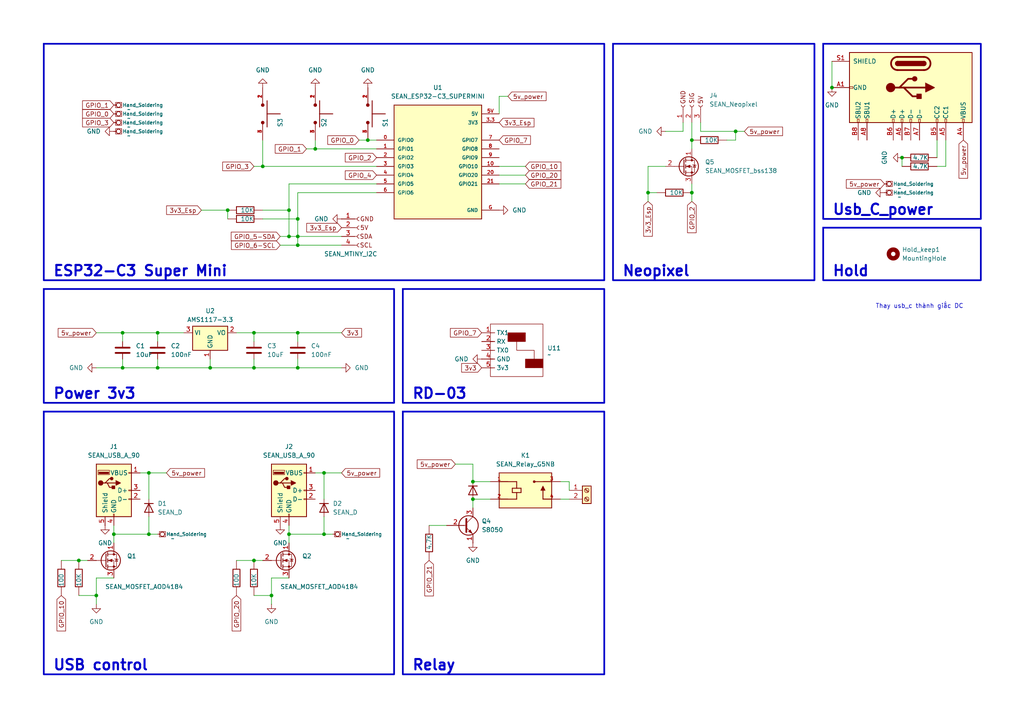
<source format=kicad_sch>
(kicad_sch (version 20231120) (generator "eeschema") (generator_version "8.0")
  (paper "A4")
  (title_block (title "HOMEKIT_TOOL") (date "2024-06-01") (rev "1.1.0"))
  (lib_symbols
    (symbol "Library:AMS1117-3.3"
      (property "Reference" "U" (at -3.81 3.175 0))
      (property "Value" "AMS1117-3.3" (at 0 3.175 0))
      (symbol "AMS1117-3.3_1_1"
        (pin power_in line (at 0 -7.62 90) (length 2.54) (name "GND") (number "1"))
        (pin power_out line (at 7.62 0 180) (length 2.54) (name "VO") (number "2"))
        (pin power_in line (at -7.62 0 0) (length 2.54) (name "VI") (number "3"))
      )
    )
    (symbol "Library:GND" (power) (pin_numbers hide) (pin_names (offset 0) hide)
      (property "Value" "GND" (at 0 -3.81 0))
      (symbol "GND_1_1"
        (pin power_in line (at 0 0 270) (length 0) (name "~") (number "1"))
      )
    )
    (symbol "Library:MountingHole" (pin_names (offset 1.016)) (exclude_from_sim yes) (in_bom no)
      (property "Reference" "H" (at 0 5.08 0))
      (property "Value" "MountingHole" (at 0 3.175 0))
    )
    (symbol "Library:S8050" (pin_names (offset 0) hide)
      (property "Reference" "Q" (at 5.08 1.905 0))
      (property "Value" "S8050" (at 5.08 0 0))
      (symbol "S8050_1_1"
        (pin passive line (at 2.54 -5.08 90) (length 2.54) (name "E") (number "1"))
        (pin input line (at -5.08 0 0) (length 5.08) (name "B") (number "2"))
        (pin passive line (at 2.54 5.08 270) (length 2.54) (name "C") (number "3"))
      )
    )
    (symbol "Library:SEAN_Button_4.2x3.3_SMD_V1" (pin_names (offset 1.016))
      (property "Reference" "S" (at -5.08 6.35 0))
      (property "Value" "SEAN_Button_4.2x3.3_SMD_V1" (at -15.24 -5.08 0))
      (symbol "SEAN_Button_4.2x3.3_SMD_V1_0_0"
        (pin passive line (at -7.62 0 0) (length 5.08) (name "~") (number "1"))
        (pin passive line (at -7.62 0 0) (length 5.08) (name "~") (number "2"))
        (pin passive line (at 7.62 0 180) (length 5.08) (name "~") (number "3"))
        (pin passive line (at 7.62 0 180) (length 5.08) (name "~") (number "4"))
      )
    )
    (symbol "Library:SEAN_C" (pin_numbers hide) (pin_names (offset 0.254))
      (property "Reference" "C" (at 0.635 2.54 0))
      (property "Value" "SEAN_C" (at 0.635 -2.54 0))
      (symbol "SEAN_C_1_1"
        (pin passive line (at 0 2.54 270) (length 1.8) (name "~") (number "1"))
        (pin passive line (at 0 -2.54 90) (length 1.8) (name "~") (number "2"))
      )
    )
    (symbol "Library:SEAN_D" (pin_numbers hide) (pin_names (offset 1.016) hide)
      (property "Reference" "D" (at 0 2.54 0))
      (property "Value" "SEAN_D" (at 0 -2.54 0))
      (symbol "SEAN_D_1_1"
        (pin passive line (at -2.54 0 0) (length 2.54) (name "K") (number "1"))
        (pin passive line (at 2.54 0 180) (length 2.54) (name "A") (number "2"))
      )
    )
    (symbol "Library:SEAN_ESP32-C3_SUPERMINI" (pin_names (offset 1.016))
      (property "Reference" "U" (at -12.7 16.002 0))
      (property "Value" "SEAN_ESP32-C3_SUPERMINI" (at -12.7 -20.32 0))
      (symbol "SEAN_ESP32-C3_SUPERMINI_0_0"
        (pin bidirectional line (at -17.78 5.08 0) (length 5.08) (name "GPIO0") (number "0"))
        (pin bidirectional line (at -17.78 2.54 0) (length 5.08) (name "GPIO1") (number "1"))
        (pin bidirectional line (at 17.78 -2.54 180) (length 5.08) (name "GPIO10") (number "10"))
        (pin bidirectional line (at -17.78 0 0) (length 5.08) (name "GPIO2") (number "2"))
        (pin bidirectional line (at 17.78 -5.08 180) (length 5.08) (name "GPIO20") (number "20"))
        (pin bidirectional line (at 17.78 -7.62 180) (length 5.08) (name "GPIO21") (number "21"))
        (pin bidirectional line (at -17.78 -2.54 0) (length 5.08) (name "GPIO3") (number "3"))
        (pin power_in line (at 17.78 10.16 180) (length 5.08) (name "3V3") (number "3.3"))
        (pin bidirectional line (at -17.78 -5.08 0) (length 5.08) (name "GPIO4") (number "4"))
        (pin bidirectional line (at -17.78 -7.62 0) (length 5.08) (name "GPIO5") (number "5"))
        (pin power_in line (at 17.78 12.7 180) (length 5.08) (name "5V") (number "5V"))
        (pin bidirectional line (at -17.78 -10.16 0) (length 5.08) (name "GPIO6") (number "6"))
        (pin bidirectional line (at 17.78 5.08 180) (length 5.08) (name "GPIO7") (number "7"))
        (pin bidirectional line (at 17.78 2.54 180) (length 5.08) (name "GPIO8") (number "8"))
        (pin bidirectional line (at 17.78 0 180) (length 5.08) (name "GPIO9") (number "9"))
        (pin power_in line (at 17.78 -15.24 180) (length 5.08) (name "GND") (number "G"))
      )
    )
    (symbol "Library:SEAN_Hand_Solderring"
      (property "Reference" "U" (at 0 1.27 0))
      (symbol "SEAN_Hand_Solderring_1_1"
        (pin passive inverted (at 0 0 180) (length 2) (name "Hand_Soldering") (number "1"))
      )
    )
    (symbol "Library:SEAN_MOSFET_AOD4184" (pin_names hide)
      (property "Reference" "Q" (at 5.08 1.905 0))
      (property "Value" "SEAN_MOSFET_AOD4184" (at 5.08 0 0))
      (symbol "SEAN_MOSFET_AOD4184_1_1"
        (pin passive line (at 2.54 5.08 270) (length 2.54) (name "D") (number "1"))
        (pin input line (at -5.08 0 0) (length 2.54) (name "G") (number "2"))
        (pin passive line (at 2.54 -5.08 90) (length 2.54) (name "S") (number "3"))
      )
    )
    (symbol "Library:SEAN_MOSFET_bss138" (pin_names hide)
      (property "Reference" "Q" (at 5.08 1.905 0))
      (property "Value" "SEAN_MOSFET_bss138" (at 5.08 0 0))
      (symbol "SEAN_MOSFET_bss138_1_1"
        (pin passive line (at 2.54 5.08 270) (length 2.54) (name "D") (number "1"))
        (pin input line (at -5.08 0 0) (length 2.54) (name "G") (number "2"))
        (pin passive line (at 2.54 -5.08 90) (length 2.54) (name "S") (number "3"))
      )
    )
    (symbol "Library:SEAN_MTINY_I2C" (pin_names (offset 1.016) hide)
      (property "Reference" "J" (at 0 5.08 0))
      (property "Value" "SEAN_MTINY_I2C" (at 0 -7.62 0))
      (symbol "SEAN_MTINY_I2C_1_1"
        (text "5V\n" (at 1.524 0 0) (effects (font (size 1.27 1.27))))
        (text "GND\n" (at 2.286 2.54 0) (effects (font (size 1.27 1.27))))
        (text "SCL" (at 2.032 -5.08 0) (effects (font (size 1.27 1.27))))
        (text "SDA\n" (at 2.032 -2.54 0) (effects (font (size 1.27 1.27))))
        (pin passive line (at -5.08 2.54 0) (length 3.81) (name "GND") (number "1"))
        (pin passive line (at -5.08 0 0) (length 3.81) (name "5V") (number "2"))
        (pin passive line (at -5.08 -2.54 0) (length 3.81) (name "SDA") (number "3"))
        (pin passive line (at -5.08 -5.08 0) (length 3.81) (name "SCL") (number "4"))
      )
    )
    (symbol "Library:SEAN_Mtiny_Terminal_3.81" (pin_names (offset 1.016) hide)
      (property "Reference" "J" (at 0 2.54 0))
      (property "Value" "SEAN_Mtiny_Terminal_3.81" (at 0 -5.08 0))
      (symbol "SEAN_Mtiny_Terminal_3.81_1_1"
        (pin passive line (at -5.08 0 0) (length 3.81) (name "Pin_1") (number "1"))
        (pin passive line (at -5.08 -2.54 0) (length 3.81) (name "Pin_2") (number "2"))
      )
    )
    (symbol "Library:SEAN_Neopixel" (pin_names (offset 1.016) hide)
      (property "Reference" "J" (at 0 5.08 0))
      (property "Value" "SEAN_Neopixel" (at -0.254 0.254 0))
      (symbol "SEAN_Neopixel_1_1"
        (text "5V\n" (at 1.524 -2.54 0) (effects (font (size 1.27 1.27))))
        (text "GND\n" (at 2.286 2.54 0) (effects (font (size 1.27 1.27))))
        (text "SIG" (at 2.032 0 0) (effects (font (size 1.27 1.27))))
        (pin passive line (at -5.08 2.54 0) (length 3.81) (name "GND") (number "1"))
        (pin passive line (at -5.08 0 0) (length 3.81) (name "5V") (number "2"))
        (pin passive line (at -5.08 -2.54 0) (length 3.81) (name "SDA") (number "3"))
      )
    )
    (symbol "Library:SEAN_R" (pin_numbers hide) (pin_names (offset 0))
      (property "Reference" "R" (at 0 0 90))
      (property "Value" "R" (at 0 0 90))
      (symbol "SEAN_R_1_1"
        (pin passive line (at 0 5.08 270) (length 2.5) (name "~") (number "1"))
        (pin passive line (at 0 -5.08 90) (length 2.5) (name "~") (number "2"))
      )
    )
    (symbol "Library:SEAN_Relay_G5NB" (pin_names (offset 1.016))
      (property "Reference" "K" (at -7.62 6.35 0))
      (property "Value" "SEAN_Relay_G5NB" (at -7.62 -7.62 0))
      (symbol "SEAN_Relay_G5NB_0_0"
        (pin passive line (at -10.16 2.54 0) (length 5.08) (name "~") (number "1"))
        (pin passive line (at -10.16 -2.54 0) (length 5.08) (name "~") (number "2"))
        (pin passive line (at 10.16 2.54 180) (length 5.08) (name "~") (number "3"))
        (pin passive line (at 10.16 -2.54 180) (length 5.08) (name "~") (number "4"))
      )
    )
    (symbol "Library:SEAN_USB_A_90" (pin_names (offset 1.016))
      (property "Reference" "J" (at -5.08 11.43 0))
      (property "Value" "SEAN_USB_A_90" (at -5.08 8.89 0))
      (symbol "SEAN_USB_A_90_1_1"
        (pin power_in line (at 7.62 5.08 180) (length 2.54) (name "VBUS") (number "1"))
        (pin bidirectional line (at 7.62 -2.54 180) (length 2.54) (name "D-") (number "2"))
        (pin bidirectional line (at 7.62 0 180) (length 2.54) (name "D+") (number "3"))
        (pin power_in line (at 0 -10.16 90) (length 2.54) (name "GND") (number "4"))
        (pin passive line (at -2.54 -10.16 90) (length 2.54) (name "Shield") (number "5"))
      )
    )
    (symbol "Library:SEAN_USB_Type_C" (pin_names (offset 1.016))
      (property "Reference" "J" (at 0 22.225 0))
      (property "Value" "SEAN_USB_Type_C" (at 0 19.685 0))
      (symbol "SEAN_USB_Type_C_1_1"
        (pin passive line (at 0 -22.86 90) (length 5.08) (name "GND") (number "A1"))
        (pin passive line (at 0 -22.86 90) (length 5.08) hide (name "GND") (number "A12"))
        (pin passive line (at 15.24 15.24 180) (length 5.08) (name "VBUS") (number "A4"))
        (pin bidirectional line (at 15.24 10.16 180) (length 5.08) (name "CC1") (number "A5"))
        (pin bidirectional line (at 15.24 -2.54 180) (length 5.08) (name "D+") (number "A6"))
        (pin bidirectional line (at 15.24 2.54 180) (length 5.08) (name "D-") (number "A7"))
        (pin bidirectional line (at 15.24 -12.7 180) (length 5.08) (name "SBU1") (number "A8"))
        (pin passive line (at 15.24 15.24 180) (length 5.08) hide (name "VBUS") (number "A9"))
        (pin passive line (at 0 -22.86 90) (length 5.08) hide (name "GND") (number "B1"))
        (pin passive line (at 0 -22.86 90) (length 5.08) hide (name "GND") (number "B12"))
        (pin passive line (at 15.24 15.24 180) (length 5.08) hide (name "VBUS") (number "B4"))
        (pin bidirectional line (at 15.24 7.62 180) (length 5.08) (name "CC2") (number "B5"))
        (pin bidirectional line (at 15.24 -5.08 180) (length 5.08) (name "D+") (number "B6"))
        (pin bidirectional line (at 15.24 0 180) (length 5.08) (name "D-") (number "B7"))
        (pin bidirectional line (at 15.24 -15.24 180) (length 5.08) (name "SBU2") (number "B8"))
        (pin passive line (at 15.24 15.24 180) (length 5.08) hide (name "VBUS") (number "B9"))
        (pin passive line (at -7.62 -22.86 90) (length 5.08) (name "SHIELD") (number "S1"))
      )
    )
    (symbol "Library:SEAN_mmWare_Rd-03"
      (property "Reference" "U" (at 0 0 0))
      (symbol "SEAN_mmWare_Rd-03_1_1"
        (pin passive line (at 0 5.08 0) (length 3.81) (name "TX1") (number "1"))
        (pin passive line (at 0 2.54 0) (length 3.81) (name "RX") (number "2"))
        (pin passive line (at 0 0 0) (length 3.81) (name "TX0") (number "3"))
        (pin passive line (at 0 -2.54 0) (length 3.81) (name "GND") (number "4"))
        (pin passive line (at 0 -5.08 0) (length 3.81) (name "3v3") (number "5"))
      )
    )
  )
  (junction (at 261.62 45.72))
  (junction (at 86.36 68.58))
  (junction (at 93.98 154.94))
  (junction (at 43.18 154.94))
  (junction (at 200.66 40.64))
  (junction (at 33.02 154.94))
  (junction (at 213.36 38.1))
  (junction (at 73.66 162.56))
  (junction (at 35.56 96.52))
  (junction (at 106.68 40.64))
  (junction (at 83.82 154.94))
  (junction (at 83.82 60.96))
  (junction (at 45.72 96.52))
  (junction (at 241.3 25.4))
  (junction (at 76.2 48.26))
  (junction (at 137.16 144.78))
  (junction (at 86.36 106.68))
  (junction (at 91.44 43.18))
  (junction (at 86.36 71.12))
  (junction (at 73.66 96.52))
  (junction (at 78.74 172.72))
  (junction (at 137.16 139.7))
  (junction (at 73.66 106.68))
  (junction (at 43.18 137.16))
  (junction (at 60.96 106.68))
  (junction (at 35.56 106.68))
  (junction (at 93.98 137.16))
  (junction (at 86.36 63.5))
  (junction (at 66.04 60.96))
  (junction (at 86.36 96.52))
  (junction (at 83.82 68.58))
  (junction (at 27.94 172.72))
  (junction (at 22.86 162.56))
  (junction (at 187.96 55.88))
  (junction (at 45.72 106.68))
  (junction (at 200.66 55.88))
  (wire (pts (xy 60.96 106.68) (xy 45.72 106.68)))
  (wire (pts (xy 241.3 17.78) (xy 241.3 25.4)))
  (wire (pts (xy 73.66 106.68) (xy 60.96 106.68)))
  (wire (pts (xy 76.2 60.96) (xy 83.82 60.96)))
  (wire (pts (xy 137.16 147.32) (xy 137.16 144.78)))
  (wire (pts (xy 93.98 137.16) (xy 91.44 137.16)))
  (wire (pts (xy 27.94 96.52) (xy 35.56 96.52)))
  (wire (pts (xy 200.66 40.64) (xy 200.66 43.18)))
  (wire (pts (xy 33.02 154.94) (xy 43.18 154.94)))
  (wire (pts (xy 91.44 43.18) (xy 109.22 43.18)))
  (wire (pts (xy 210.82 40.64) (xy 213.36 40.64)))
  (wire (pts (xy 93.98 137.16) (xy 93.98 144.78)))
  (wire (pts (xy 27.94 167.64) (xy 33.02 167.64)))
  (wire (pts (xy 58.42 60.96) (xy 66.04 60.96)))
  (wire (pts (xy 261.62 45.72) (xy 261.62 48.26)))
  (wire (pts (xy 33.02 154.94) (xy 33.02 157.48)))
  (wire (pts (xy 86.36 104.14) (xy 86.36 106.68)))
  (wire (pts (xy 83.82 154.94) (xy 93.98 154.94)))
  (wire (pts (xy 132.08 134.62) (xy 137.16 134.62)))
  (wire (pts (xy 152.4 50.8) (xy 144.78 50.8)))
  (wire (pts (xy 73.66 162.56) (xy 76.2 162.56)))
  (wire (pts (xy 187.96 48.26) (xy 193.04 48.26)))
  (wire (pts (xy 86.36 71.12) (xy 99.06 71.12)))
  (wire (pts (xy 35.56 96.52) (xy 45.72 96.52)))
  (wire (pts (xy 187.96 58.42) (xy 187.96 55.88)))
  (wire (pts (xy 43.18 137.16) (xy 40.64 137.16)))
  (wire (pts (xy 83.82 152.4) (xy 83.82 154.94)))
  (wire (pts (xy 83.82 53.34) (xy 83.82 60.96)))
  (wire (pts (xy 271.78 40.64) (xy 271.78 45.72)))
  (wire (pts (xy 78.74 172.72) (xy 78.74 167.64)))
  (wire (pts (xy 22.86 172.72) (xy 27.94 172.72)))
  (wire (pts (xy 152.4 48.26) (xy 144.78 48.26)))
  (wire (pts (xy 78.74 167.64) (xy 83.82 167.64)))
  (wire (pts (xy 33.02 152.4) (xy 33.02 154.94)))
  (wire (pts (xy 187.96 55.88) (xy 190.5 55.88)))
  (wire (pts (xy 45.72 106.68) (xy 35.56 106.68)))
  (wire (pts (xy 106.68 40.64) (xy 109.22 40.64)))
  (wire (pts (xy 93.98 137.16) (xy 99.06 137.16)))
  (wire (pts (xy 73.66 172.72) (xy 78.74 172.72)))
  (wire (pts (xy 45.72 96.52) (xy 53.34 96.52)))
  (wire (pts (xy 165.1 139.7) (xy 162.56 139.7)))
  (wire (pts (xy 86.36 96.52) (xy 99.06 96.52)))
  (wire (pts (xy 73.66 96.52) (xy 86.36 96.52)))
  (wire (pts (xy 35.56 104.14) (xy 35.56 106.68)))
  (wire (pts (xy 86.36 55.88) (xy 86.36 63.5)))
  (wire (pts (xy 200.66 58.42) (xy 200.66 55.88)))
  (wire (pts (xy 81.28 71.12) (xy 86.36 71.12)))
  (wire (pts (xy 83.82 60.96) (xy 83.82 68.58)))
  (wire (pts (xy 200.66 35.56) (xy 200.66 40.64)))
  (wire (pts (xy 86.36 106.68) (xy 99.06 106.68)))
  (wire (pts (xy 73.66 99.06) (xy 73.66 96.52)))
  (wire (pts (xy 45.72 104.14) (xy 45.72 106.68)))
  (wire (pts (xy 76.2 63.5) (xy 86.36 63.5)))
  (wire (pts (xy 200.66 55.88) (xy 200.66 53.34)))
  (wire (pts (xy 78.74 172.72) (xy 78.74 175.26)))
  (wire (pts (xy 86.36 55.88) (xy 109.22 55.88)))
  (wire (pts (xy 45.72 99.06) (xy 45.72 96.52)))
  (wire (pts (xy 144.78 27.94) (xy 144.78 33.02)))
  (wire (pts (xy 86.36 99.06) (xy 86.36 96.52)))
  (wire (pts (xy 45.72 154.94) (xy 43.18 154.94)))
  (wire (pts (xy 93.98 154.94) (xy 93.98 149.86)))
  (wire (pts (xy 66.04 60.96) (xy 66.04 63.5)))
  (wire (pts (xy 93.98 154.94) (xy 96.52 154.94)))
  (wire (pts (xy 203.2 38.1) (xy 203.2 35.56)))
  (wire (pts (xy 152.4 53.34) (xy 144.78 53.34)))
  (wire (pts (xy 187.96 48.26) (xy 187.96 55.88)))
  (wire (pts (xy 198.12 38.1) (xy 198.12 35.56)))
  (wire (pts (xy 91.44 40.64) (xy 91.44 43.18)))
  (wire (pts (xy 73.66 48.26) (xy 76.2 48.26)))
  (wire (pts (xy 83.82 154.94) (xy 83.82 157.48)))
  (wire (pts (xy 27.94 167.64) (xy 27.94 172.72)))
  (wire (pts (xy 215.9 38.1) (xy 213.36 38.1)))
  (wire (pts (xy 213.36 38.1) (xy 203.2 38.1)))
  (wire (pts (xy 17.78 162.56) (xy 22.86 162.56)))
  (wire (pts (xy 76.2 48.26) (xy 109.22 48.26)))
  (wire (pts (xy 86.36 68.58) (xy 83.82 68.58)))
  (wire (pts (xy 162.56 144.78) (xy 165.1 144.78)))
  (wire (pts (xy 27.94 172.72) (xy 27.94 175.26)))
  (wire (pts (xy 43.18 154.94) (xy 43.18 149.86)))
  (wire (pts (xy 124.46 152.4) (xy 129.54 152.4)))
  (wire (pts (xy 86.36 68.58) (xy 86.36 71.12)))
  (wire (pts (xy 274.32 40.64) (xy 274.32 48.26)))
  (wire (pts (xy 137.16 134.62) (xy 137.16 139.7)))
  (wire (pts (xy 22.86 162.56) (xy 25.4 162.56)))
  (wire (pts (xy 73.66 104.14) (xy 73.66 106.68)))
  (wire (pts (xy 193.04 38.1) (xy 198.12 38.1)))
  (wire (pts (xy 81.28 68.58) (xy 83.82 68.58)))
  (wire (pts (xy 35.56 106.68) (xy 27.94 106.68)))
  (wire (pts (xy 137.16 144.78) (xy 142.24 144.78)))
  (wire (pts (xy 104.14 40.64) (xy 106.68 40.64)))
  (wire (pts (xy 86.36 106.68) (xy 73.66 106.68)))
  (wire (pts (xy 165.1 142.24) (xy 165.1 139.7)))
  (wire (pts (xy 68.58 162.56) (xy 73.66 162.56)))
  (wire (pts (xy 68.58 96.52) (xy 73.66 96.52)))
  (wire (pts (xy 83.82 53.34) (xy 109.22 53.34)))
  (wire (pts (xy 271.78 48.26) (xy 274.32 48.26)))
  (wire (pts (xy 76.2 40.64) (xy 76.2 48.26)))
  (wire (pts (xy 213.36 40.64) (xy 213.36 38.1)))
  (wire (pts (xy 144.78 27.94) (xy 147.32 27.94)))
  (wire (pts (xy 88.9 43.18) (xy 91.44 43.18)))
  (wire (pts (xy 43.18 137.16) (xy 48.26 137.16)))
  (wire (pts (xy 43.18 137.16) (xy 43.18 144.78)))
  (wire (pts (xy 35.56 99.06) (xy 35.56 96.52)))
  (wire (pts (xy 86.36 68.58) (xy 99.06 68.58)))
  (wire (pts (xy 137.16 139.7) (xy 142.24 139.7)))
  (wire (pts (xy 86.36 63.5) (xy 86.36 68.58)))
  (wire (pts (xy 60.96 104.14) (xy 60.96 106.68)))
  (rectangle (start 238.76 12.7) (end 284.48 63.5) (stroke (width 0.5)))
  (rectangle (start 238.76 66.04) (end 284.48 81.28) (stroke (width 0.5)))
  (rectangle (start 12.7 119.38) (end 114.3 195.58) (stroke (width 0.5)))
  (rectangle (start 12.7 12.7) (end 175.26 81.28) (stroke (width 0.5)))
  (rectangle (start 116.84 83.82) (end 175.26 116.84) (stroke (width 0.5)))
  (rectangle (start 116.84 119.38) (end 175.26 195.58) (stroke (width 0.5)))
  (rectangle (start 12.7 83.82) (end 114.3 116.84) (stroke (width 0.5)))
  (rectangle (start 177.8 12.7) (end 236.22 81.28) (stroke (width 0.5)))
  (text "Relay" (at 119.38 193.04 0) (effects (font (size 3 3) (thickness 0.6) (bold yes)) (justify left)))
  (text "Power 3v3" (at 15.24 114.3 0) (effects (font (size 3 3) (thickness 0.6) (bold yes)) (justify left)))
  (text "ESP32-C3 Super Mini\n" (at 15.24 78.74 0) (effects (font (size 3 3) (thickness 0.6) (bold yes)) (justify left)))
  (text "Thay usb_c thành giắc DC\n" (at 266.7 88.9 0) (effects (font (size 1.27 1.27))))
  (text "Hold\n" (at 241.3 78.74 0) (effects (font (size 3 3) (thickness 0.6) (bold yes)) (justify left)))
  (text "Usb_C_power" (at 241.3 60.96 0) (effects (font (size 3 3) (thickness 0.6) (bold yes)) (justify left)))
  (text "Neopixel" (at 180.34 78.74 0) (effects (font (size 3 3) (thickness 0.6) (bold yes)) (justify left)))
  (text "RD-03" (at 119.38 114.3 0) (effects (font (size 3 3) (thickness 0.6) (bold yes)) (justify left)))
  (text "USB control" (at 15.24 193.04 0) (effects (font (size 3 3) (thickness 0.6) (bold yes)) (justify left)))
  (global_label "GPIO_20" (shape input) (at 68.58 172.72 270) (property "Intersheetrefs" "${INTERSHEET_REFS}" (effects (hide yes))))
  (global_label "GPIO_7" (shape input) (at 139.7 96.52 180) (property "Intersheetrefs" "${INTERSHEET_REFS}" (effects (hide yes))))
  (global_label "GPIO_0" (shape input) (at 104.14 40.64 180) (property "Intersheetrefs" "${INTERSHEET_REFS}" (effects (hide yes))))
  (global_label "GPIO_21" (shape input) (at 152.4 53.34 0) (property "Intersheetrefs" "${INTERSHEET_REFS}" (effects (hide yes))))
  (global_label "GPIO_10" (shape input) (at 152.4 48.26 0) (property "Intersheetrefs" "${INTERSHEET_REFS}" (effects (hide yes))))
  (global_label "3v3" (shape input) (at 99.06 96.52 0) (property "Intersheetrefs" "${INTERSHEET_REFS}" (effects (hide yes))))
  (global_label "GPIO_5-SDA" (shape input) (at 81.28 68.58 180) (property "Intersheetrefs" "${INTERSHEET_REFS}" (effects (hide yes))))
  (global_label "5v_power" (shape input) (at 215.9 38.1 0) (property "Intersheetrefs" "${INTERSHEET_REFS}" (effects (hide yes))))
  (global_label "GPIO_2" (shape input) (at 200.66 58.42 270) (property "Intersheetrefs" "${INTERSHEET_REFS}" (effects (hide yes))))
  (global_label "GPIO_0" (shape input) (at 33.02 33.02 180) (property "Intersheetrefs" "${INTERSHEET_REFS}" (effects (hide yes))))
  (global_label "5v_power" (shape input) (at 132.08 134.62 180) (property "Intersheetrefs" "${INTERSHEET_REFS}" (effects (hide yes))))
  (global_label "GPIO_1" (shape input) (at 88.9 43.18 180) (property "Intersheetrefs" "${INTERSHEET_REFS}" (effects (hide yes))))
  (global_label "5v_power" (shape input) (at 147.32 27.94 0) (property "Intersheetrefs" "${INTERSHEET_REFS}" (effects (hide yes))))
  (global_label "GPIO_3" (shape input) (at 33.02 35.56 180) (property "Intersheetrefs" "${INTERSHEET_REFS}" (effects (hide yes))))
  (global_label "5v_power" (shape input) (at 256.54 53.34 180) (property "Intersheetrefs" "${INTERSHEET_REFS}" (effects (hide yes))))
  (global_label "3v3_Esp" (shape input) (at 99.06 66.04 180) (property "Intersheetrefs" "${INTERSHEET_REFS}" (effects (hide yes))))
  (global_label "5v_power" (shape input) (at 279.4 40.64 270) (property "Intersheetrefs" "${INTERSHEET_REFS}" (effects (hide yes))))
  (global_label "GPIO_10" (shape input) (at 17.78 172.72 270) (property "Intersheetrefs" "${INTERSHEET_REFS}" (effects (hide yes))))
  (global_label "GPIO_20" (shape input) (at 152.4 50.8 0) (property "Intersheetrefs" "${INTERSHEET_REFS}" (effects (hide yes))))
  (global_label "5v_power" (shape input) (at 27.94 96.52 180) (property "Intersheetrefs" "${INTERSHEET_REFS}" (effects (hide yes))))
  (global_label "5v_power" (shape input) (at 48.26 137.16 0) (property "Intersheetrefs" "${INTERSHEET_REFS}" (effects (hide yes))))
  (global_label "GPIO_2" (shape input) (at 109.22 45.72 180) (property "Intersheetrefs" "${INTERSHEET_REFS}" (effects (hide yes))))
  (global_label "3v3_Esp" (shape input) (at 58.42 60.96 180) (property "Intersheetrefs" "${INTERSHEET_REFS}" (effects (hide yes))))
  (global_label "3v3_Esp" (shape input) (at 187.96 58.42 270) (property "Intersheetrefs" "${INTERSHEET_REFS}" (effects (hide yes))))
  (global_label "GPIO_1" (shape input) (at 33.02 30.48 180) (property "Intersheetrefs" "${INTERSHEET_REFS}" (effects (hide yes))))
  (global_label "GPIO_4" (shape input) (at 109.22 50.8 180) (property "Intersheetrefs" "${INTERSHEET_REFS}" (effects (hide yes))))
  (global_label "GPIO_3" (shape input) (at 73.66 48.26 180) (property "Intersheetrefs" "${INTERSHEET_REFS}" (effects (hide yes))))
  (global_label "GPIO_7" (shape input) (at 144.78 40.64 0) (property "Intersheetrefs" "${INTERSHEET_REFS}" (effects (hide yes))))
  (global_label "3v3" (shape input) (at 139.7 106.68 180) (property "Intersheetrefs" "${INTERSHEET_REFS}" (effects (hide yes))))
  (global_label "GPIO_6-SCL" (shape input) (at 81.28 71.12 180) (property "Intersheetrefs" "${INTERSHEET_REFS}" (effects (hide yes))))
  (global_label "GPIO_21" (shape input) (at 124.46 162.56 270) (property "Intersheetrefs" "${INTERSHEET_REFS}" (effects (hide yes))))
  (global_label "3v3_Esp" (shape input) (at 144.78 35.56 0) (property "Intersheetrefs" "${INTERSHEET_REFS}" (effects (hide yes))))
  (global_label "5v_power" (shape input) (at 99.06 137.16 0) (property "Intersheetrefs" "${INTERSHEET_REFS}" (effects (hide yes))))
  (symbol (lib_id "Library:GND") (at 137.16 157.48 0) (unit 1)
    (property "Reference" "#PWR011" (effects (hide yes)))
    (property "Value" "GND" (at 137.16 162.56 0))
    (property "Description" "Power symbol creates a global label with name \"GND\" , ground" (effects (hide yes)))
  )
  (symbol (lib_id "Library:GND") (at 99.06 63.5 270) (unit 1)
    (property "Reference" "#PWR08" (effects (hide yes)))
    (property "Value" "GND" (at 95.25 63.4999 90) (effects (justify right)))
    (property "Description" "Power symbol creates a global label with name \"GND\" , ground" (effects (hide yes)))
  )
  (symbol (lib_id "Library:SEAN_Hand_Solderring") (at 256.54 53.34 180) (unit 1)
    (property "Reference" "U5" (effects (hide yes)))
    (property "Value" "~" (at 260.35 54.61 0) (effects (justify right)))
    (property "Footprint" "SEAN_connect:SEAN_Hand_Solderring" (effects (hide yes)))
  )
  (symbol (lib_id "Library:SEAN_D") (at 43.18 147.32 270) (unit 1)
    (property "Reference" "D1" (at 45.72 146.0499 90) (effects (justify left)))
    (property "Value" "SEAN_D" (at 45.72 148.5899 90) (effects (justify left)))
    (property "Footprint" "SEAN_Device_sym:SEAN_Diode_1N4007" (effects (hide yes)))
    (property "Description" "Diode" (effects (hide yes)))
    (property "Sim.Device" "D" (effects (hide yes)))
    (property "Sim.Pins" "1=K 2=A" (effects (hide yes)))
  )
  (symbol (lib_id "Library:SEAN_R") (at 71.12 60.96 90) (unit 1)
    (property "Reference" "R8" (effects (hide yes)))
    (property "Value" "10K" (at 73.66 60.96 90) (effects (justify left)))
    (property "Footprint" "Resistor_SMD:R_0603_1608Metric_Pad0.98x0.95mm_HandSolder" (effects (hide yes)))
    (property "Description" "Resistor" (effects (hide yes)))
  )
  (symbol (lib_id "Library:SEAN_Button_4.2x3.3_SMD_V1") (at 106.68 33.02 270) (unit 1)
    (property "Reference" "S1" (at 111.76 35.56 0))
    (property "Value" "SEAN_Button_4.2x3.3_SMD_V1" (effects (hide yes)))
    (property "Footprint" "SEAN_Device_sym:SEAN_Button_4.2x3.3_SMD_V1" (effects (hide yes)))
    (property "Description" "\nSwitch Tactile N.O. SPST Button J-Bend 0.05A 16VDC 1.57N SMD Automotive T/R\n" (effects (hide yes)))
    (property "MF" "ALPS" (effects (hide yes)))
    (property "MAXIMUM_PACKAGE_HEIGHT" "2.5 mm" (effects (hide yes)))
    (property "Package" "None" (effects (hide yes)))
    (property "Price" "None" (effects (hide yes)))
    (property "Check_prices" "https://www.snapeda.com/parts/SKRPABE010/ALPS/view-part/?ref=eda" (effects (hide yes)))
    (property "STANDARD" "Manufacturer Recommendations" (effects (hide yes)))
    (property "SnapEDA_Link" "https://www.snapeda.com/parts/SKRPABE010/ALPS/view-part/?ref=snap" (effects (hide yes)))
    (property "MP" "SKRPABE010" (effects (hide yes)))
    (property "Purchase-URL" "https://www.snapeda.com/api/url_track_click_mouser/?unipart_id=652544&manufacturer=ALPS&part_name=SKRPABE010&search_term=None" (effects (hide yes)))
    (property "Availability" "In Stock" (effects (hide yes)))
    (property "MANUFACTURER" "Alps" (effects (hide yes)))
  )
  (symbol (lib_id "Library:SEAN_Hand_Solderring") (at 33.02 33.02 180) (unit 1)
    (property "Reference" "U6" (effects (hide yes)))
    (property "Value" "~" (at 36.83 34.29 0) (effects (justify right)))
    (property "Footprint" "SEAN_connect:SEAN_Hand_Solderring" (effects (hide yes)))
  )
  (symbol (lib_id "Library:GND") (at 193.04 38.1 270) (unit 1)
    (property "Reference" "#PWR09" (effects (hide yes)))
    (property "Value" "GND" (at 189.23 38.0999 90) (effects (justify right)))
    (property "Description" "Power symbol creates a global label with name \"GND\" , ground" (effects (hide yes)))
  )
  (symbol (lib_id "Library:GND") (at 81.28 152.4 0) (unit 1)
    (property "Reference" "#PWR016" (effects (hide yes)))
    (property "Value" "GND" (at 81.28 157.48 0))
    (property "Description" "Power symbol creates a global label with name \"GND\" , ground" (effects (hide yes)))
  )
  (symbol (lib_id "Library:GND") (at 139.7 104.14 270) (unit 1)
    (property "Reference" "#PWR012" (effects (hide yes)))
    (property "Value" "GND" (at 135.89 104.1399 90) (effects (justify right)))
    (property "Description" "Power symbol creates a global label with name \"GND\" , ground" (effects (hide yes)))
  )
  (symbol (lib_id "Library:SEAN_R") (at 205.74 40.64 90) (unit 1)
    (property "Reference" "R9" (effects (hide yes)))
    (property "Value" "10K" (at 208.28 40.64 90) (effects (justify left)))
    (property "Footprint" "Resistor_SMD:R_0603_1608Metric_Pad0.98x0.95mm_HandSolder" (effects (hide yes)))
    (property "Description" "Resistor" (effects (hide yes)))
  )
  (symbol (lib_id "Library:AMS1117-3.3") (at 60.96 96.52 0) (unit 1)
    (property "Reference" "U2" (at 60.96 90.17 0))
    (property "Value" "AMS1117-3.3" (at 60.96 92.71 0))
    (property "Footprint" "Package_TO_SOT_SMD:SOT-223-3_TabPin2" (effects (hide yes)))
    (property "Datasheet" "http://www.advanced-monolithic.com/pdf/ds1117.pdf" (effects (hide yes)))
    (property "Description" "1A Low Dropout regulator, positive, 3.3V fixed output, SOT-223" (effects (hide yes)))
  )
  (symbol (lib_id "Library:SEAN_MTINY_I2C") (at 104.14 66.04 0) (unit 1)
    (property "Reference" "J5" (effects (hide yes)))
    (property "Value" "SEAN_MTINY_I2C" (at 93.98 73.66 0) (effects (justify left)))
    (property "Footprint" "SEAN_Mtiny:SEAN_Mtiny_I2C" (effects (hide yes)))
  )
  (symbol (lib_id "Library:S8050") (at 134.62 152.4 0) (unit 1)
    (property "Reference" "Q4" (at 139.7 151.1299 0) (effects (justify left)))
    (property "Value" "S8050" (at 139.7 153.6699 0) (effects (justify left)))
    (property "Footprint" "Package_TO_SOT_SMD:SOT-23-3" (effects (hide yes)))
    (property "Datasheet" "http://www.unisonic.com.tw/datasheet/S8050.pdf" (effects (hide yes)))
    (property "Description" "0.7A Ic, 20V Vce, Low Voltage High Current NPN Transistor, TO-92" (effects (hide yes)))
  )
  (symbol (lib_id "Library:SEAN_Hand_Solderring") (at 33.02 38.1 180) (unit 1)
    (property "Reference" "U3" (effects (hide yes)))
    (property "Value" "~" (at 36.83 39.37 0) (effects (justify right)))
    (property "Footprint" "SEAN_connect:SEAN_Hand_Solderring" (effects (hide yes)))
  )
  (symbol (lib_id "Library:GND") (at 241.3 25.4 0) (unit 1)
    (property "Reference" "#PWR015" (effects (hide yes)))
    (property "Value" "GND" (at 241.3 30.48 0))
    (property "Description" "Power symbol creates a global label with name \"GND\" , ground" (effects (hide yes)))
  )
  (symbol (lib_id "Library:SEAN_C") (at 86.36 101.6 0) (unit 1)
    (property "Reference" "C4" (at 90.17 100.33 0) (effects (justify left)))
    (property "Value" "100nF" (at 90.17 102.87 0) (effects (justify left)))
    (property "Footprint" "Capacitor_SMD:C_0603_1608Metric_Pad1.08x0.95mm_HandSolder" (effects (hide yes)))
    (property "Description" "Unpolarized capacitor" (effects (hide yes)))
  )
  (symbol (lib_id "Library:SEAN_USB_A_90") (at 83.82 142.24 0) (unit 1)
    (property "Reference" "J2" (at 83.82 129.54 0))
    (property "Value" "SEAN_USB_A_90" (at 83.82 132.08 0))
    (property "Footprint" "SEAN_connect:SEAN_USB_A_90" (effects (hide yes)))
    (property "Datasheet" " ~" (effects (hide yes)))
    (property "Description" "USB Type A connector" (effects (hide yes)))
  )
  (symbol (lib_id "Library:SEAN_R") (at 68.58 167.64 0) (unit 1)
    (property "Reference" "R5" (effects (hide yes)))
    (property "Value" "100" (at 68.58 170.18 90) (effects (justify left)))
    (property "Footprint" "Resistor_SMD:R_0603_1608Metric_Pad0.98x0.95mm_HandSolder" (effects (hide yes)))
    (property "Description" "Resistor" (effects (hide yes)))
  )
  (symbol (lib_id "Library:SEAN_D") (at 137.16 142.24 270) (unit 1)
    (property "Reference" "D3" (effects (hide yes)))
    (property "Value" "SEAN_D" (effects (hide yes)))
    (property "Footprint" "SEAN_Device_sym:SEAN_Diode_1N4007" (effects (hide yes)))
    (property "Description" "Diode" (effects (hide yes)))
    (property "Sim.Device" "D" (effects (hide yes)))
    (property "Sim.Pins" "1=K 2=A" (effects (hide yes)))
  )
  (symbol (lib_id "Library:SEAN_R") (at 17.78 167.64 0) (unit 1)
    (property "Reference" "R4" (effects (hide yes)))
    (property "Value" "100" (at 17.78 170.18 90) (effects (justify left)))
    (property "Footprint" "Resistor_SMD:R_0603_1608Metric_Pad0.98x0.95mm_HandSolder" (effects (hide yes)))
    (property "Description" "Resistor" (effects (hide yes)))
  )
  (symbol (lib_id "Library:SEAN_R") (at 124.46 157.48 180) (unit 1)
    (property "Reference" "R3" (effects (hide yes)))
    (property "Value" "4.7K" (at 124.46 154.94 90) (effects (justify left)))
    (property "Footprint" "Resistor_SMD:R_0603_1608Metric_Pad0.98x0.95mm_HandSolder" (effects (hide yes)))
    (property "Description" "Resistor" (effects (hide yes)))
  )
  (symbol (lib_id "Library:SEAN_Hand_Solderring") (at 256.54 55.88 180) (unit 1)
    (property "Reference" "U8" (effects (hide yes)))
    (property "Value" "~" (at 260.35 57.15 0) (effects (justify right)))
    (property "Footprint" "SEAN_connect:SEAN_Hand_Solderring" (effects (hide yes)))
  )
  (symbol (lib_id "Library:MountingHole") (at 259.08 73.66 0) (unit 1)
    (property "Reference" "Hold_keep1" (at 261.62 72.3899 0) (effects (justify left)))
    (property "Value" "MountingHole" (at 261.62 74.9299 0) (effects (justify left)))
    (property "Footprint" "SEAN_MountingHole:SEAN_MountingHole_3mm_isolated" (effects (hide yes)))
    (property "Description" "Mounting Hole without connection" (effects (hide yes)))
  )
  (symbol (lib_id "Library:SEAN_USB_Type_C") (at 264.16 25.4 270) (unit 1)
    (property "Reference" "J7" (effects (hide yes)))
    (property "Value" "SEAN_USB_Type_C" (effects (hide yes)))
    (property "Footprint" "SEAN_connect:SEAN_USB_Type_C" (effects (hide yes)))
    (property "Datasheet" "https://www.usb.org/sites/default/files/documents/usb_type-c.zip" (effects (hide yes)))
    (property "Description" "USB 2.0-only 16P Type-C Receptacle connector" (effects (hide yes)))
  )
  (symbol (lib_id "Library:SEAN_USB_A_90") (at 33.02 142.24 0) (unit 1)
    (property "Reference" "J1" (at 33.02 129.54 0))
    (property "Value" "SEAN_USB_A_90" (at 33.02 132.08 0))
    (property "Footprint" "SEAN_connect:SEAN_USB_A_90" (effects (hide yes)))
    (property "Datasheet" " ~" (effects (hide yes)))
    (property "Description" "USB Type A connector" (effects (hide yes)))
  )
  (symbol (lib_id "Library:SEAN_ESP32-C3_SUPERMINI") (at 127 45.72 0) (unit 1)
    (property "Reference" "U1" (at 127 25.4 0))
    (property "Value" "SEAN_ESP32-C3_SUPERMINI" (at 127 27.94 0))
    (property "Footprint" "SEAN_ESP:SEAN_ESP32-C3_SUPERMINI" (effects (hide yes)))
    (property "MF" "Espressif Systems" (effects (hide yes)))
    (property "MAXIMUM_PACKAGE_HEIGHT" "4.2mm" (effects (hide yes)))
    (property "Package" "Package" (effects (hide yes)))
    (property "Price" "None" (effects (hide yes)))
    (property "Check_prices" "https://www.snapeda.com/parts/ESP32-C3%20SuperMini/Espressif+Systems/view-part/?ref=eda" (effects (hide yes)))
    (property "STANDARD" "Manufacturer Recommendations" (effects (hide yes)))
    (property "SnapEDA_Link" "https://www.snapeda.com/parts/ESP32-C3%20SuperMini/Espressif+Systems/view-part/?ref=snap" (effects (hide yes)))
    (property "MP" "ESP32-C3 SuperMini" (effects (hide yes)))
    (property "Description_1" "\nSuper tiny ESP32-C3 board\n" (effects (hide yes)))
    (property "Availability" "Not in stock" (effects (hide yes)))
    (property "MANUFACTURER" "Espressif" (effects (hide yes)))
  )
  (symbol (lib_id "Library:SEAN_C") (at 45.72 101.6 0) (unit 1)
    (property "Reference" "C2" (at 49.53 100.33 0) (effects (justify left)))
    (property "Value" "100nF" (at 49.53 102.87 0) (effects (justify left)))
    (property "Footprint" "Capacitor_SMD:C_0603_1608Metric_Pad1.08x0.95mm_HandSolder" (effects (hide yes)))
    (property "Description" "Unpolarized capacitor" (effects (hide yes)))
  )
  (symbol (lib_id "Library:GND") (at 76.2 25.4 180) (unit 1)
    (property "Reference" "#PWR05" (effects (hide yes)))
    (property "Value" "GND" (at 76.2 20.32 0))
    (property "Description" "Power symbol creates a global label with name \"GND\" , ground" (effects (hide yes)))
  )
  (symbol (lib_id "Library:GND") (at 33.02 38.1 270) (unit 1)
    (property "Reference" "#PWR014" (effects (hide yes)))
    (property "Value" "GND" (at 29.21 38.0999 90) (effects (justify right)))
    (property "Description" "Power symbol creates a global label with name \"GND\" , ground" (effects (hide yes)))
  )
  (symbol (lib_id "Library:GND") (at 99.06 106.68 90) (unit 1)
    (property "Reference" "#PWR02" (effects (hide yes)))
    (property "Value" "GND" (at 102.87 106.6799 90) (effects (justify right)))
    (property "Description" "Power symbol creates a global label with name \"GND\" , ground" (effects (hide yes)))
  )
  (symbol (lib_id "Library:SEAN_Button_4.2x3.3_SMD_V1") (at 76.2 33.02 270) (unit 1)
    (property "Reference" "S3" (at 81.28 35.56 0))
    (property "Value" "SEAN_Button_4.2x3.3_SMD_V1" (effects (hide yes)))
    (property "Footprint" "SEAN_Device_sym:SEAN_Button_4.2x3.3_SMD_V1" (effects (hide yes)))
    (property "Description" "\nSwitch Tactile N.O. SPST Button J-Bend 0.05A 16VDC 1.57N SMD Automotive T/R\n" (effects (hide yes)))
    (property "MF" "ALPS" (effects (hide yes)))
    (property "MAXIMUM_PACKAGE_HEIGHT" "2.5 mm" (effects (hide yes)))
    (property "Package" "None" (effects (hide yes)))
    (property "Price" "None" (effects (hide yes)))
    (property "Check_prices" "https://www.snapeda.com/parts/SKRPABE010/ALPS/view-part/?ref=eda" (effects (hide yes)))
    (property "STANDARD" "Manufacturer Recommendations" (effects (hide yes)))
    (property "SnapEDA_Link" "https://www.snapeda.com/parts/SKRPABE010/ALPS/view-part/?ref=snap" (effects (hide yes)))
    (property "MP" "SKRPABE010" (effects (hide yes)))
    (property "Purchase-URL" "https://www.snapeda.com/api/url_track_click_mouser/?unipart_id=652544&manufacturer=ALPS&part_name=SKRPABE010&search_term=None" (effects (hide yes)))
    (property "Availability" "In Stock" (effects (hide yes)))
    (property "MANUFACTURER" "Alps" (effects (hide yes)))
  )
  (symbol (lib_id "Library:SEAN_D") (at 93.98 147.32 270) (unit 1)
    (property "Reference" "D2" (at 96.52 146.0499 90) (effects (justify left)))
    (property "Value" "SEAN_D" (at 96.52 148.5899 90) (effects (justify left)))
    (property "Footprint" "SEAN_Device_sym:SEAN_Diode_1N4007" (effects (hide yes)))
    (property "Description" "Diode" (effects (hide yes)))
    (property "Sim.Device" "D" (effects (hide yes)))
    (property "Sim.Pins" "1=K 2=A" (effects (hide yes)))
  )
  (symbol (lib_id "Library:SEAN_R") (at 73.66 167.64 0) (unit 1)
    (property "Reference" "R2" (effects (hide yes)))
    (property "Value" "10K" (at 73.66 170.18 90) (effects (justify left)))
    (property "Footprint" "Resistor_SMD:R_0603_1608Metric_Pad0.98x0.95mm_HandSolder" (effects (hide yes)))
    (property "Description" "Resistor" (effects (hide yes)))
  )
  (symbol (lib_id "Library:GND") (at 106.68 25.4 180) (unit 1)
    (property "Reference" "#PWR07" (effects (hide yes)))
    (property "Value" "GND" (at 106.68 20.32 0))
    (property "Description" "Power symbol creates a global label with name \"GND\" , ground" (effects (hide yes)))
  )
  (symbol (lib_id "Library:SEAN_Mtiny_Terminal_3.81") (at 170.18 142.24 0) (unit 1)
    (property "Reference" "SEAN_Mtiny_Terminal_3.81" (effects (hide yes)))
    (property "Value" "SEAN_Mtiny_Terminal_3.81" (effects (hide yes)))
    (property "Footprint" "SEAN_Mtiny:SEAN_Mtiny_Terminal_3.81" (effects (hide yes)))
    (property "Description" "Generic screw terminal, single row, 01x02, script generated (kicad-library-utils/schlib/autogen/connector/)" (effects (hide yes)))
  )
  (symbol (lib_id "Library:SEAN_Neopixel") (at 200.66 30.48 90) (unit 1)
    (property "Reference" "J4" (at 205.74 27.7167 90) (effects (justify right)))
    (property "Value" "SEAN_Neopixel" (at 205.74 30.2567 90) (effects (justify right)))
    (property "Footprint" "SEAN_connect:SEAN_Neopixel" (effects (hide yes)))
  )
  (symbol (lib_id "Library:SEAN_R") (at 71.12 63.5 90) (unit 1)
    (property "Reference" "R11" (effects (hide yes)))
    (property "Value" "10K" (at 73.66 63.5 90) (effects (justify left)))
    (property "Footprint" "Resistor_SMD:R_0603_1608Metric_Pad0.98x0.95mm_HandSolder" (effects (hide yes)))
    (property "Description" "Resistor" (effects (hide yes)))
  )
  (symbol (lib_id "Library:SEAN_Hand_Solderring") (at 33.02 30.48 180) (unit 1)
    (property "Reference" "U7" (effects (hide yes)))
    (property "Value" "~" (at 36.83 31.75 0) (effects (justify right)))
    (property "Footprint" "SEAN_connect:SEAN_Hand_Solderring" (effects (hide yes)))
  )
  (symbol (lib_id "Library:SEAN_R") (at 195.58 55.88 90) (unit 1)
    (property "Reference" "R6" (effects (hide yes)))
    (property "Value" "10K" (at 198.12 55.88 90) (effects (justify left)))
    (property "Footprint" "Resistor_SMD:R_0603_1608Metric_Pad0.98x0.95mm_HandSolder" (effects (hide yes)))
    (property "Description" "Resistor" (effects (hide yes)))
  )
  (symbol (lib_id "Library:SEAN_Relay_G5NB") (at 152.4 142.24 0) (unit 1)
    (property "Reference" "K1" (at 152.4 132.08 0))
    (property "Value" "SEAN_Relay_G5NB" (at 152.4 134.62 0))
    (property "Footprint" "SEAN_Relay:SEAN_RELAY_HF46F" (effects (hide yes)))
    (property "MF" "Hongfa" (effects (hide yes)))
    (property "MAXIMUM_PACKAGE_HEIGHT" "15.6 mm" (effects (hide yes)))
    (property "Package" "None" (effects (hide yes)))
    (property "Price" "None" (effects (hide yes)))
    (property "Check_prices" "https://www.snapeda.com/parts/HF46F/005-HS1/Hongfa/view-part/?ref=eda" (effects (hide yes)))
    (property "STANDARD" "Manufacturer Recommendations" (effects (hide yes)))
    (property "PARTREV" "1.00" (effects (hide yes)))
    (property "SnapEDA_Link" "https://www.snapeda.com/parts/HF46F/005-HS1/Hongfa/view-part/?ref=snap" (effects (hide yes)))
    (property "MP" "HF46F/005-HS1" (effects (hide yes)))
    (property "Description_1" "\nRelay: electromagnetic; SPST-NO; Ucoil: 5VDC; 5A/250VAC; 5A/30VDC\n" (effects (hide yes)))
    (property "MANUFACTURER" "Hongfa" (effects (hide yes)))
    (property "Availability" "In Stock" (effects (hide yes)))
    (property "SNAPEDA_PN" "HF46F/005-HS1" (effects (hide yes)))
  )
  (symbol (lib_id "Library:GND") (at 78.74 175.26 0) (unit 1)
    (property "Reference" "#PWR010" (effects (hide yes)))
    (property "Value" "GND" (at 78.74 180.34 0))
    (property "Description" "Power symbol creates a global label with name \"GND\" , ground" (effects (hide yes)))
  )
  (symbol (lib_id "Library:SEAN_R") (at 266.7 48.26 90) (unit 1)
    (property "Reference" "R7" (effects (hide yes)))
    (property "Value" "4.7K" (at 269.24 48.26 90) (effects (justify left)))
    (property "Footprint" "Resistor_SMD:R_0603_1608Metric_Pad0.98x0.95mm_HandSolder" (effects (hide yes)))
    (property "Description" "Resistor" (effects (hide yes)))
  )
  (symbol (lib_id "Library:GND") (at 256.54 55.88 270) (unit 1)
    (property "Reference" "#PWR018" (effects (hide yes)))
    (property "Value" "GND" (at 252.73 55.8799 90) (effects (justify right)))
    (property "Description" "Power symbol creates a global label with name \"GND\" , ground" (effects (hide yes)))
  )
  (symbol (lib_id "Library:SEAN_Hand_Solderring") (at 96.52 154.94 180) (unit 1)
    (property "Reference" "U9" (effects (hide yes)))
    (property "Value" "~" (at 100.33 156.21 0) (effects (justify right)))
    (property "Footprint" "SEAN_connect:SEAN_Hand_Solderring" (effects (hide yes)))
  )
  (symbol (lib_id "Library:GND") (at 27.94 175.26 0) (unit 1)
    (property "Reference" "#PWR03" (effects (hide yes)))
    (property "Value" "GND" (at 27.94 180.34 0))
    (property "Description" "Power symbol creates a global label with name \"GND\" , ground" (effects (hide yes)))
  )
  (symbol (lib_id "Library:GND") (at 144.78 60.96 90) (unit 1)
    (property "Reference" "#PWR04" (effects (hide yes)))
    (property "Value" "GND" (at 148.59 60.9599 90) (effects (justify right)))
    (property "Description" "Power symbol creates a global label with name \"GND\" , ground" (effects (hide yes)))
  )
  (symbol (lib_id "Library:SEAN_MOSFET_AOD4184") (at 81.28 162.56 0) (unit 1)
    (property "Reference" "Q2" (at 87.63 161.2899 0) (effects (justify left)))
    (property "Value" "SEAN_MOSFET_AOD4184" (at 81.28 170.18 0) (effects (justify left)))
    (property "Footprint" "SEAN_MOSFET:SEAN_MOSFET_AOD4184" (effects (hide yes)))
  )
  (symbol (lib_id "Library:SEAN_MOSFET_AOD4184") (at 30.48 162.56 0) (unit 1)
    (property "Reference" "Q1" (at 36.83 161.2899 0) (effects (justify left)))
    (property "Value" "SEAN_MOSFET_AOD4184" (at 30.48 170.18 0) (effects (justify left)))
    (property "Footprint" "SEAN_MOSFET:SEAN_MOSFET_AOD4184" (effects (hide yes)))
  )
  (symbol (lib_id "Library:SEAN_R") (at 22.86 167.64 0) (unit 1)
    (property "Reference" "R1" (effects (hide yes)))
    (property "Value" "10K" (at 22.86 170.18 90) (effects (justify left)))
    (property "Footprint" "Resistor_SMD:R_0603_1608Metric_Pad0.98x0.95mm_HandSolder" (effects (hide yes)))
    (property "Description" "Resistor" (effects (hide yes)))
  )
  (symbol (lib_id "Library:SEAN_C") (at 35.56 101.6 0) (unit 1)
    (property "Reference" "C1" (at 39.37 100.33 0) (effects (justify left)))
    (property "Value" "10uF" (at 39.37 102.87 0) (effects (justify left)))
    (property "Footprint" "Capacitor_SMD:C_0603_1608Metric_Pad1.08x0.95mm_HandSolder" (effects (hide yes)))
    (property "Description" "Unpolarized capacitor" (effects (hide yes)))
  )
  (symbol (lib_id "Library:GND") (at 91.44 25.4 180) (unit 1)
    (property "Reference" "#PWR06" (effects (hide yes)))
    (property "Value" "GND" (at 91.44 20.32 0))
    (property "Description" "Power symbol creates a global label with name \"GND\" , ground" (effects (hide yes)))
  )
  (symbol (lib_id "Library:SEAN_Hand_Solderring") (at 33.02 35.56 180) (unit 1)
    (property "Reference" "U4" (effects (hide yes)))
    (property "Value" "~" (at 36.83 36.83 0) (effects (justify right)))
    (property "Footprint" "SEAN_connect:SEAN_Hand_Solderring" (effects (hide yes)))
  )
  (symbol (lib_id "Library:SEAN_mmWare_Rd-03") (at 139.7 101.6 0) (unit 1)
    (property "Reference" "U11" (at 158.75 100.9649 0) (effects (justify left)))
    (property "Value" "~" (at 158.75 102.87 0) (effects (justify left)))
    (property "Footprint" "SEAN_mmWare:SEAN_mmWare_Rd-03" (effects (hide yes)))
  )
  (symbol (lib_id "Library:SEAN_C") (at 73.66 101.6 0) (unit 1)
    (property "Reference" "C3" (at 77.47 100.33 0) (effects (justify left)))
    (property "Value" "10uF" (at 77.47 102.87 0) (effects (justify left)))
    (property "Footprint" "Capacitor_SMD:C_0603_1608Metric_Pad1.08x0.95mm_HandSolder" (effects (hide yes)))
    (property "Description" "Unpolarized capacitor" (effects (hide yes)))
  )
  (symbol (lib_id "Library:SEAN_Button_4.2x3.3_SMD_V1") (at 91.44 33.02 270) (unit 1)
    (property "Reference" "S2" (at 93.98 35.56 0))
    (property "Value" "SEAN_Button_4.2x3.3_SMD_V1" (effects (hide yes)))
    (property "Footprint" "SEAN_Device_sym:SEAN_Button_4.2x3.3_SMD_V1" (effects (hide yes)))
    (property "Description" "\nSwitch Tactile N.O. SPST Button J-Bend 0.05A 16VDC 1.57N SMD Automotive T/R\n" (effects (hide yes)))
    (property "MF" "ALPS" (effects (hide yes)))
    (property "MAXIMUM_PACKAGE_HEIGHT" "2.5 mm" (effects (hide yes)))
    (property "Package" "None" (effects (hide yes)))
    (property "Price" "None" (effects (hide yes)))
    (property "Check_prices" "https://www.snapeda.com/parts/SKRPABE010/ALPS/view-part/?ref=eda" (effects (hide yes)))
    (property "STANDARD" "Manufacturer Recommendations" (effects (hide yes)))
    (property "SnapEDA_Link" "https://www.snapeda.com/parts/SKRPABE010/ALPS/view-part/?ref=snap" (effects (hide yes)))
    (property "MP" "SKRPABE010" (effects (hide yes)))
    (property "Purchase-URL" "https://www.snapeda.com/api/url_track_click_mouser/?unipart_id=652544&manufacturer=ALPS&part_name=SKRPABE010&search_term=None" (effects (hide yes)))
    (property "Availability" "In Stock" (effects (hide yes)))
    (property "MANUFACTURER" "Alps" (effects (hide yes)))
  )
  (symbol (lib_id "Library:SEAN_Hand_Solderring") (at 45.72 154.94 180) (unit 1)
    (property "Reference" "U10" (effects (hide yes)))
    (property "Value" "~" (at 49.53 156.21 0) (effects (justify right)))
    (property "Footprint" "SEAN_connect:SEAN_Hand_Solderring" (effects (hide yes)))
  )
  (symbol (lib_id "Library:SEAN_R") (at 266.7 45.72 90) (unit 1)
    (property "Reference" "R10" (effects (hide yes)))
    (property "Value" "4.7K" (at 269.24 45.72 90) (effects (justify left)))
    (property "Footprint" "Resistor_SMD:R_0603_1608Metric_Pad0.98x0.95mm_HandSolder" (effects (hide yes)))
    (property "Description" "Resistor" (effects (hide yes)))
  )
  (symbol (lib_id "Library:GND") (at 30.48 152.4 0) (unit 1)
    (property "Reference" "#PWR017" (effects (hide yes)))
    (property "Value" "GND" (at 30.48 157.48 0))
    (property "Description" "Power symbol creates a global label with name \"GND\" , ground" (effects (hide yes)))
  )
  (symbol (lib_id "Library:SEAN_MOSFET_bss138") (at 198.12 48.26 0) (unit 1)
    (property "Reference" "Q5" (at 204.47 46.9899 0) (effects (justify left)))
    (property "Value" "SEAN_MOSFET_bss138" (at 204.47 49.5299 0) (effects (justify left)))
    (property "Footprint" "SEAN_MOSFET:SEAN_MOSFET_bss138" (effects (hide yes)))
  )
  (symbol (lib_id "Library:GND") (at 27.94 106.68 270) (unit 1)
    (property "Reference" "#PWR01" (effects (hide yes)))
    (property "Value" "GND" (at 24.13 106.6799 90) (effects (justify right)))
    (property "Description" "Power symbol creates a global label with name \"GND\" , ground" (effects (hide yes)))
  )
  (symbol (lib_id "Library:GND") (at 261.62 45.72 270) (unit 1)
    (property "Reference" "#PWR013" (effects (hide yes)))
    (property "Value" "GND" (at 256.54 45.72 0))
    (property "Description" "Power symbol creates a global label with name \"GND\" , ground" (effects (hide yes)))
  )
)
</source>
